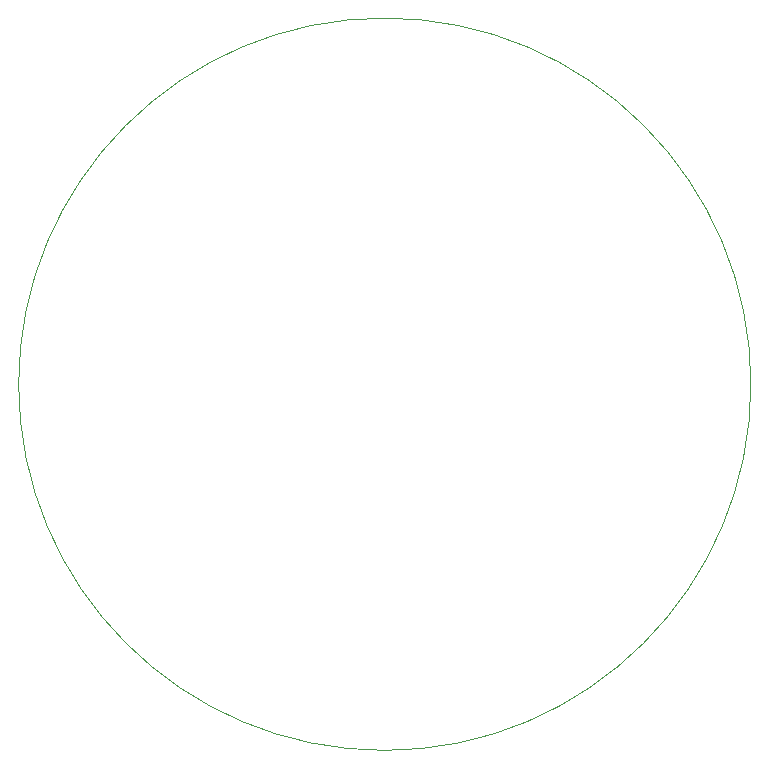
<source format=gbr>
%TF.GenerationSoftware,KiCad,Pcbnew,(5.1.9)-1*%
%TF.CreationDate,2021-06-08T21:22:11+02:00*%
%TF.ProjectId,Stonehenge,53746f6e-6568-4656-9e67-652e6b696361,rev?*%
%TF.SameCoordinates,Original*%
%TF.FileFunction,Profile,NP*%
%FSLAX46Y46*%
G04 Gerber Fmt 4.6, Leading zero omitted, Abs format (unit mm)*
G04 Created by KiCad (PCBNEW (5.1.9)-1) date 2021-06-08 21:22:11*
%MOMM*%
%LPD*%
G01*
G04 APERTURE LIST*
%TA.AperFunction,Profile*%
%ADD10C,0.050000*%
%TD*%
G04 APERTURE END LIST*
D10*
X134000000Y-73000000D02*
G75*
G03*
X134000000Y-73000000I-31000000J0D01*
G01*
M02*

</source>
